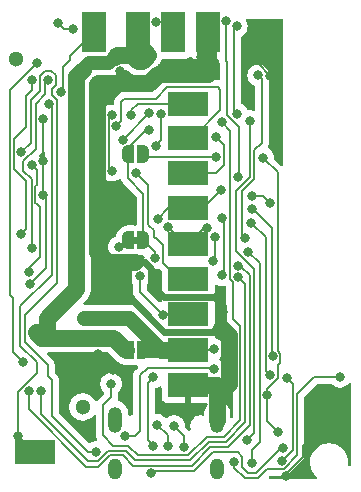
<source format=gbr>
%TF.GenerationSoftware,KiCad,Pcbnew,(6.0.9-0)*%
%TF.CreationDate,2022-11-18T22:27:02+01:00*%
%TF.ProjectId,GlowCoreMini PCB,476c6f77-436f-4726-954d-696e69205043,rev?*%
%TF.SameCoordinates,Original*%
%TF.FileFunction,Copper,L2,Bot*%
%TF.FilePolarity,Positive*%
%FSLAX46Y46*%
G04 Gerber Fmt 4.6, Leading zero omitted, Abs format (unit mm)*
G04 Created by KiCad (PCBNEW (6.0.9-0)) date 2022-11-18 22:27:02*
%MOMM*%
%LPD*%
G01*
G04 APERTURE LIST*
G04 Aperture macros list*
%AMFreePoly0*
4,1,22,0.500000,-0.750000,0.000000,-0.750000,0.000000,-0.745033,-0.079941,-0.743568,-0.215256,-0.701293,-0.333266,-0.622738,-0.424486,-0.514219,-0.481581,-0.384460,-0.499164,-0.250000,-0.500000,-0.250000,-0.500000,0.250000,-0.499164,0.250000,-0.499963,0.256109,-0.478152,0.396186,-0.417904,0.524511,-0.324060,0.630769,-0.204165,0.706417,-0.067858,0.745374,0.000000,0.744959,0.000000,0.750000,
0.500000,0.750000,0.500000,-0.750000,0.500000,-0.750000,$1*%
%AMFreePoly1*
4,1,20,0.000000,0.744959,0.073905,0.744508,0.209726,0.703889,0.328688,0.626782,0.421226,0.519385,0.479903,0.390333,0.500000,0.250000,0.500000,-0.250000,0.499851,-0.262216,0.476331,-0.402017,0.414519,-0.529596,0.319384,-0.634700,0.198574,-0.708877,0.061801,-0.746166,0.000000,-0.745033,0.000000,-0.750000,-0.500000,-0.750000,-0.500000,0.750000,0.000000,0.750000,0.000000,0.744959,
0.000000,0.744959,$1*%
G04 Aperture macros list end*
%TA.AperFunction,ComponentPad*%
%ADD10O,1.200000X2.200000*%
%TD*%
%TA.AperFunction,ComponentPad*%
%ADD11O,1.200000X1.800000*%
%TD*%
%TA.AperFunction,SMDPad,CuDef*%
%ADD12R,3.500000X2.000000*%
%TD*%
%TA.AperFunction,SMDPad,CuDef*%
%ADD13R,2.000000X3.500000*%
%TD*%
%TA.AperFunction,SMDPad,CuDef*%
%ADD14FreePoly0,180.000000*%
%TD*%
%TA.AperFunction,SMDPad,CuDef*%
%ADD15FreePoly1,180.000000*%
%TD*%
%TA.AperFunction,SMDPad,CuDef*%
%ADD16FreePoly0,0.000000*%
%TD*%
%TA.AperFunction,SMDPad,CuDef*%
%ADD17FreePoly1,0.000000*%
%TD*%
%TA.AperFunction,ViaPad*%
%ADD18C,0.500000*%
%TD*%
%TA.AperFunction,ViaPad*%
%ADD19C,1.300000*%
%TD*%
%TA.AperFunction,ViaPad*%
%ADD20C,0.800000*%
%TD*%
%TA.AperFunction,Conductor*%
%ADD21C,1.300000*%
%TD*%
%TA.AperFunction,Conductor*%
%ADD22C,1.400000*%
%TD*%
%TA.AperFunction,Conductor*%
%ADD23C,1.000000*%
%TD*%
%TA.AperFunction,Conductor*%
%ADD24C,1.200000*%
%TD*%
%TA.AperFunction,Conductor*%
%ADD25C,0.150000*%
%TD*%
%TA.AperFunction,Conductor*%
%ADD26C,0.600000*%
%TD*%
%TA.AperFunction,Conductor*%
%ADD27C,0.800000*%
%TD*%
G04 APERTURE END LIST*
%TO.C,JP1*%
G36*
X94215000Y-68397400D02*
G01*
X93715000Y-68397400D01*
X93715000Y-67797400D01*
X94215000Y-67797400D01*
X94215000Y-68397400D01*
G37*
%TD*%
D10*
%TO.P,USB1,SHELL,SHELL*%
%TO.N,GND*%
X100868591Y-83281728D03*
D11*
X92228509Y-87461814D03*
D10*
X92228509Y-83281728D03*
D11*
X100868591Y-87461814D03*
%TD*%
D12*
%TO.P,P7,1*%
%TO.N,IO13{slash}TCK*%
X98399600Y-62401061D03*
%TD*%
D13*
%TO.P,P1,1*%
%TO.N,5V AFTER MOSFET*%
X94160950Y-50495800D03*
%TD*%
D12*
%TO.P,P6,1*%
%TO.N,IO12{slash}TDI*%
X98399600Y-59410600D03*
%TD*%
D14*
%TO.P,JP2,1,A*%
%TO.N,+5V*%
X94615000Y-77419200D03*
D15*
%TO.P,JP2,2,B*%
%TO.N,5V AFTER MOSFET*%
X93315000Y-77419200D03*
%TD*%
D12*
%TO.P,P10,1*%
%TO.N,+3V3*%
X98399600Y-74362905D03*
%TD*%
D13*
%TO.P,P3,1*%
%TO.N,GND*%
X100050600Y-50495800D03*
%TD*%
D12*
%TO.P,P11,1*%
%TO.N,IO32{slash}SD*%
X98399600Y-71372444D03*
%TD*%
%TO.P,P8,1*%
%TO.N,IO14{slash}SCK{slash}TMS*%
X98399600Y-65391522D03*
%TD*%
%TO.P,P14,1*%
%TO.N,IO26*%
X98399600Y-56515000D03*
%TD*%
D14*
%TO.P,JP1,1,A*%
%TO.N,+3V3*%
X94615000Y-68097400D03*
D15*
%TO.P,JP1,2,B*%
%TO.N,Net-(C4-Pad2)*%
X93315000Y-68097400D03*
%TD*%
D12*
%TO.P,P4,1*%
%TO.N,+5V*%
X98399600Y-77353366D03*
%TD*%
D16*
%TO.P,JP4,1,A*%
%TO.N,+3V3*%
X93315000Y-60782200D03*
D17*
%TO.P,JP4,2,B*%
%TO.N,Net-(C10-Pad2)*%
X94615000Y-60782200D03*
%TD*%
D13*
%TO.P,P2,1*%
%TO.N,LED1 DATA OUT*%
X97105775Y-50495800D03*
%TD*%
D12*
%TO.P,P9,1*%
%TO.N,IO15{slash}WS{slash}TDO*%
X98399600Y-68381983D03*
%TD*%
D13*
%TO.P,P12,1*%
%TO.N,IO27*%
X90401750Y-50495800D03*
%TD*%
D12*
%TO.P,P5,1*%
%TO.N,GND*%
X98399600Y-80343829D03*
%TD*%
%TO.P,P13,1*%
%TO.N,IO33{slash}MAINBUTTON*%
X85394800Y-86029800D03*
%TD*%
D18*
%TO.N,5V AFTER MOSFET*%
X93068500Y-77157673D03*
D19*
%TO.N,*%
X83845400Y-52730400D03*
X89484200Y-82194400D03*
D20*
%TO.N,5V AFTER MOSFET*%
X90030800Y-53072800D03*
X94996000Y-52374800D03*
X85531460Y-75892271D03*
%TO.N,GND*%
X90652600Y-63550800D03*
X106654600Y-88011000D03*
X86115198Y-64252802D03*
X99466400Y-52603400D03*
D18*
X105308400Y-49961800D03*
D20*
X90652600Y-69088000D03*
D18*
X106019600Y-51663600D03*
D20*
X90017600Y-80568800D03*
X90805000Y-77698600D03*
X84988400Y-71805800D03*
X92049600Y-79095600D03*
X111328200Y-84328000D03*
X90652600Y-60434700D03*
X86115198Y-61341000D03*
X86097900Y-57810400D03*
X105350550Y-54144150D03*
X92614666Y-53775184D03*
X101320600Y-74180002D03*
%TO.N,+3V3*%
X95605600Y-69621400D03*
X85187116Y-54512884D03*
X87376000Y-49682400D03*
X96266000Y-74422000D03*
X94311846Y-71098957D03*
X88646000Y-50233100D03*
X84263704Y-67577177D03*
X93045210Y-84645910D03*
X100602100Y-79021100D03*
X95097600Y-58775600D03*
%TO.N,+5V*%
X96062800Y-77393800D03*
X100558600Y-77292200D03*
X89560400Y-74701400D03*
%TO.N,EN*%
X103632000Y-57988200D03*
X103403400Y-85005700D03*
%TO.N,IO0*%
X103505000Y-69062600D03*
X103784400Y-86982050D03*
%TO.N,VBUS*%
X95453200Y-79705200D03*
X106388352Y-85661048D03*
X95250000Y-87807800D03*
X95402400Y-85471000D03*
%TO.N,LED1 DATA OUT*%
X95687451Y-49619886D03*
%TO.N,IO25{slash}VBUS*%
X101244400Y-58064400D03*
X91871800Y-80238600D03*
%TO.N,IO33{slash}MAINBUTTON*%
X83997800Y-84632800D03*
X92868875Y-59596500D03*
X95123000Y-57327800D03*
X86621780Y-56573900D03*
%TO.N,IO22{slash}LED LETCH EN*%
X85953600Y-80822800D03*
X102622225Y-71215375D03*
%TO.N,IO23{slash}POWERMOSFETS*%
X84886800Y-80881700D03*
X102590600Y-70231000D03*
%TO.N,IO32{slash}SD*%
X96123098Y-57378600D03*
X102514400Y-49964010D03*
X94005400Y-62382400D03*
X102565200Y-57378600D03*
X95656400Y-60071000D03*
%TO.N,IO14{slash}SCK{slash}TMS*%
X95834200Y-66268600D03*
X102582500Y-62712600D03*
X91927628Y-57522900D03*
X101219000Y-63830200D03*
X91922600Y-62204600D03*
X101577102Y-49530000D03*
%TO.N,IO12{slash}TDI*%
X92320900Y-58378106D03*
%TO.N,IO13{slash}TCK*%
X100761800Y-59377100D03*
%TO.N,IO15{slash}WS{slash}TDO*%
X103784400Y-64338200D03*
X99999800Y-67030600D03*
X96672400Y-66979800D03*
X105298300Y-64897000D03*
%TO.N,IO16{slash}LED1*%
X85615300Y-53060600D03*
X84455000Y-78384400D03*
%TO.N,RXD0*%
X105301925Y-79508475D03*
X100533200Y-69875400D03*
X103759000Y-66624200D03*
X100711000Y-67792600D03*
%TO.N,TXD0*%
X101244400Y-66167000D03*
X105579700Y-77927200D03*
X103809800Y-65430400D03*
X101244400Y-71043800D03*
%TO.N,USB-C DATA+*%
X98044000Y-85580700D03*
X97205800Y-83802700D03*
%TO.N,USB-C DATA-*%
X96672400Y-85496400D03*
X95758000Y-83693000D03*
%TO.N,RTS*%
X102321613Y-86832187D03*
X111252000Y-79654400D03*
%TO.N,DTR*%
X106769935Y-79756857D03*
X106316369Y-86759827D03*
%TO.N,Net-(C4-Pad2)*%
X92506800Y-68656200D03*
X104330500Y-54126998D03*
X103225600Y-67894200D03*
%TO.N,Net-(C10-Pad2)*%
X100776652Y-61036200D03*
X106034435Y-84333709D03*
X104759700Y-61112400D03*
X105079800Y-81178400D03*
%TO.N,Net-(R9-Pad1)*%
X84277677Y-60630277D03*
X90591525Y-86002225D03*
%TO.N,Net-(R12-Pad1)*%
X85166200Y-68766100D03*
X86571300Y-54483000D03*
%TO.N,Net-(R13-Pad1)*%
X85166200Y-61696600D03*
X84963000Y-70815200D03*
%TO.N,IO26*%
X93548200Y-57454800D03*
%TO.N,IO27*%
X87630000Y-55549800D03*
%TD*%
D21*
%TO.N,+5V*%
X93370400Y-74701400D02*
X96062800Y-77393800D01*
X89560400Y-74701400D02*
X93370400Y-74701400D01*
D22*
%TO.N,5V AFTER MOSFET*%
X88925400Y-72237600D02*
X86487000Y-74676000D01*
X92072800Y-76327000D02*
X86487000Y-76327000D01*
X92228750Y-52602050D02*
X92405200Y-52425600D01*
X92405200Y-52425600D02*
X93681500Y-52425600D01*
X94160950Y-51539750D02*
X94160950Y-50495800D01*
X85966189Y-76327000D02*
X85531460Y-75892271D01*
D23*
X91733950Y-53072800D02*
X92228750Y-52578000D01*
D22*
X86487000Y-74676000D02*
X86487000Y-76327000D01*
X94996000Y-52374800D02*
X94465750Y-52905050D01*
X93165000Y-77419200D02*
X92072800Y-76327000D01*
X86487000Y-76327000D02*
X85966189Y-76327000D01*
X88925400Y-54178200D02*
X88925400Y-72237600D01*
X94996000Y-52374800D02*
X94160950Y-51539750D01*
D24*
X89458800Y-53644800D02*
X90030800Y-53072800D01*
D22*
X93681500Y-52425600D02*
X94160950Y-52905050D01*
X89458800Y-53644800D02*
X88925400Y-54178200D01*
D24*
X90030800Y-53072800D02*
X91733950Y-53072800D01*
D25*
%TO.N,GND*%
X106019600Y-53475100D02*
X105350550Y-54144150D01*
X86097900Y-57810400D02*
X86080600Y-57827700D01*
D22*
X95808800Y-54025800D02*
X100050600Y-54025800D01*
D26*
X101346000Y-74904600D02*
X101346000Y-74205402D01*
D25*
X109347000Y-84328000D02*
X108127800Y-85547200D01*
X104292451Y-53086051D02*
X105350550Y-54144150D01*
X86360000Y-70434200D02*
X84988400Y-71805800D01*
X86360000Y-64497604D02*
X86360000Y-70434200D01*
D26*
X96346556Y-72923400D02*
X100564095Y-72923400D01*
D25*
X106654600Y-87909400D02*
X106654600Y-88011000D01*
D22*
X101219000Y-75514200D02*
X101828600Y-76123800D01*
D26*
X94716600Y-69951600D02*
X95275400Y-70510400D01*
D22*
X101828600Y-76123800D02*
X101828600Y-80238600D01*
X100859771Y-80343829D02*
X100868591Y-80352649D01*
D26*
X101346000Y-74205402D02*
X101320600Y-74180002D01*
D25*
X92614666Y-53775184D02*
X92786200Y-53946718D01*
D27*
X99466400Y-52603400D02*
X99466400Y-51080000D01*
D25*
X90805000Y-77851000D02*
X92049600Y-79095600D01*
X86080600Y-61306402D02*
X86115198Y-61341000D01*
X108127800Y-86436200D02*
X106654600Y-87909400D01*
D26*
X100564095Y-72923400D02*
X101320600Y-73679905D01*
D22*
X100868591Y-80352649D02*
X100868591Y-83281728D01*
X90652600Y-69088000D02*
X90652600Y-63550800D01*
X95046800Y-54787800D02*
X95808800Y-54025800D01*
D25*
X86115198Y-64252802D02*
X86115198Y-61341000D01*
D26*
X95275400Y-70510400D02*
X95275400Y-71852244D01*
D22*
X90652600Y-60434700D02*
X90652600Y-54889400D01*
D26*
X95275400Y-71852244D02*
X96346556Y-72923400D01*
D25*
X104292451Y-50977749D02*
X104292451Y-53086051D01*
D22*
X90652600Y-60434700D02*
X90652600Y-63550800D01*
D26*
X96367600Y-75844400D02*
X100457000Y-75844400D01*
D22*
X100050600Y-54025800D02*
X100050600Y-50495800D01*
D26*
X93345000Y-72821800D02*
X96367600Y-75844400D01*
D25*
X105308400Y-49961800D02*
X104292451Y-50977749D01*
X92786200Y-53946718D02*
X92786200Y-54787800D01*
X111328200Y-84328000D02*
X109347000Y-84328000D01*
X90805000Y-77698600D02*
X90805000Y-77851000D01*
X86115198Y-64252802D02*
X86360000Y-64497604D01*
D26*
X101320600Y-73679905D02*
X101320600Y-74180002D01*
D25*
X86080600Y-57827700D02*
X86080600Y-61306402D01*
D26*
X93878400Y-69951600D02*
X93345000Y-70485000D01*
D22*
X101828600Y-80238600D02*
X101041200Y-81026000D01*
D26*
X100457000Y-75844400D02*
X101142800Y-75158600D01*
X93878400Y-69951600D02*
X94716600Y-69951600D01*
D22*
X90754200Y-54787800D02*
X92786200Y-54787800D01*
D26*
X101092000Y-75158600D02*
X101346000Y-74904600D01*
X93345000Y-70485000D02*
X93345000Y-72821800D01*
D25*
X108127800Y-85547200D02*
X108127800Y-86436200D01*
D27*
X99466400Y-51080000D02*
X100050600Y-50495800D01*
D22*
X92786200Y-54787800D02*
X95046800Y-54787800D01*
X90652600Y-69088000D02*
X91516200Y-69951600D01*
D25*
X106019600Y-51663600D02*
X106019600Y-53475100D01*
D22*
X91516200Y-69951600D02*
X93878400Y-69951600D01*
X100859771Y-80343829D02*
X98399600Y-80343829D01*
X90652600Y-54889400D02*
X90754200Y-54787800D01*
D25*
%TO.N,+3V3*%
X93916090Y-84645910D02*
X94284800Y-84277200D01*
X85187116Y-55351084D02*
X84660945Y-55877255D01*
X93268800Y-62788800D02*
X93268800Y-60828400D01*
X95605600Y-69621400D02*
X95605600Y-69088000D01*
X87926700Y-50233100D02*
X87376000Y-49682400D01*
X96266000Y-74422000D02*
X96325095Y-74362905D01*
X94333545Y-84228455D02*
X94333545Y-79504055D01*
X94818200Y-58775600D02*
X93315000Y-60278800D01*
X93268800Y-60828400D02*
X93315000Y-60782200D01*
X95097600Y-58775600D02*
X94818200Y-58775600D01*
X94311846Y-72467846D02*
X94311846Y-71098957D01*
X83642200Y-62052200D02*
X84689495Y-63099495D01*
X100602100Y-79021100D02*
X100448000Y-78867000D01*
X96266000Y-74422000D02*
X94311846Y-72467846D01*
X94333545Y-79504055D02*
X94970600Y-78867000D01*
X84689495Y-67151386D02*
X84263704Y-67577177D01*
X85187116Y-54512884D02*
X85187116Y-55351084D01*
X84660945Y-58518855D02*
X83642200Y-59537600D01*
X99822000Y-78867000D02*
X99847400Y-78841600D01*
X96325095Y-74362905D02*
X98399600Y-74362905D01*
X93315000Y-60278800D02*
X93315000Y-60782200D01*
X94615000Y-64135000D02*
X93268800Y-62788800D01*
X94284800Y-84277200D02*
X94333545Y-84228455D01*
X84689495Y-63099495D02*
X84689495Y-67151386D01*
X94615000Y-68097400D02*
X94615000Y-64135000D01*
X100448000Y-78867000D02*
X99822000Y-78867000D01*
X93045210Y-84645910D02*
X93916090Y-84645910D01*
X83642200Y-59537600D02*
X83642200Y-62052200D01*
X95605600Y-69088000D02*
X94615000Y-68097400D01*
X94970600Y-78867000D02*
X99822000Y-78867000D01*
X88646000Y-50233100D02*
X87926700Y-50233100D01*
X84660945Y-55877255D02*
X84660945Y-58518855D01*
D22*
%TO.N,+5V*%
X96062800Y-77393800D02*
X98359166Y-77393800D01*
D25*
X100497434Y-77353366D02*
X98399600Y-77353366D01*
D21*
X96062800Y-77393800D02*
X94715000Y-77393800D01*
D25*
X100558600Y-77292200D02*
X100497434Y-77353366D01*
D22*
X98359166Y-77393800D02*
X98399600Y-77353366D01*
D25*
%TO.N,EN*%
X103632000Y-62738000D02*
X102463600Y-63906400D01*
X102463600Y-68961000D02*
X104013000Y-70510400D01*
X102463600Y-63906400D02*
X102463600Y-68961000D01*
X104013000Y-70510400D02*
X104013000Y-84396100D01*
X103632000Y-57988200D02*
X103632000Y-62738000D01*
X104013000Y-84396100D02*
X103403400Y-85005700D01*
%TO.N,IO0*%
X104477800Y-72520137D02*
X104477800Y-85184000D01*
X104470200Y-72512537D02*
X104477800Y-72520137D01*
X103505000Y-69062600D02*
X104470200Y-70027800D01*
X104477800Y-85184000D02*
X103784400Y-85877400D01*
X103784400Y-85877400D02*
X103784400Y-86982050D01*
X104470200Y-70027800D02*
X104470200Y-72512537D01*
%TO.N,VBUS*%
X95427800Y-87630000D02*
X95250000Y-87807800D01*
X95402400Y-85471000D02*
X94970600Y-85039200D01*
X94970600Y-80187800D02*
X95453200Y-79705200D01*
X102997000Y-87325200D02*
X102997000Y-86410800D01*
X104153846Y-87782400D02*
X103454200Y-87782400D01*
X102641400Y-86055200D02*
X100507800Y-86055200D01*
X102997000Y-86410800D02*
X102641400Y-86055200D01*
X98933000Y-87630000D02*
X95427800Y-87630000D01*
X103454200Y-87782400D02*
X102997000Y-87325200D01*
X106275198Y-85661048D02*
X104153846Y-87782400D01*
X94970600Y-85039200D02*
X94970600Y-80187800D01*
X100507800Y-86055200D02*
X98933000Y-87630000D01*
X106388352Y-85661048D02*
X106275198Y-85661048D01*
%TO.N,LED1 DATA OUT*%
X96229861Y-49619886D02*
X97105775Y-50495800D01*
X95687451Y-49619886D02*
X96229861Y-49619886D01*
%TO.N,IO25{slash}VBUS*%
X101981000Y-58801000D02*
X101981000Y-66548000D01*
X102209600Y-74777600D02*
X102819200Y-75387200D01*
X101244400Y-58064400D02*
X101981000Y-58801000D01*
X101981000Y-66548000D02*
X101904800Y-66624200D01*
X101904800Y-66624200D02*
X101904800Y-71348600D01*
X101904800Y-71348600D02*
X102209600Y-71653400D01*
X102819200Y-83312000D02*
X101422200Y-84709000D01*
X99999800Y-84709000D02*
X98425000Y-86283800D01*
X92049600Y-85471000D02*
X91186000Y-84607400D01*
X101422200Y-84709000D02*
X99999800Y-84709000D01*
X93345000Y-85471000D02*
X92049600Y-85471000D01*
X98425000Y-86283800D02*
X94157800Y-86283800D01*
X102819200Y-75387200D02*
X102819200Y-83312000D01*
X91186000Y-82042000D02*
X91871800Y-81356200D01*
X94157800Y-86283800D02*
X93345000Y-85471000D01*
X91871800Y-81356200D02*
X91871800Y-80238600D01*
X102209600Y-71653400D02*
X102209600Y-74777600D01*
X91186000Y-84607400D02*
X91186000Y-82042000D01*
%TO.N,IO33{slash}MAINBUTTON*%
X92868875Y-59581925D02*
X95123000Y-57327800D01*
X83997800Y-84632800D02*
X83997800Y-80919343D01*
X86842600Y-71018400D02*
X86842600Y-56794720D01*
X83997800Y-84632800D02*
X85394800Y-86029800D01*
X86842600Y-56794720D02*
X86621780Y-56573900D01*
X83997800Y-80919343D02*
X85572600Y-79344543D01*
X92868875Y-59596500D02*
X92868875Y-59581925D01*
X84175600Y-77012800D02*
X84175600Y-73685400D01*
X85572600Y-78409800D02*
X84175600Y-77012800D01*
X85572600Y-79344543D02*
X85572600Y-78409800D01*
X84175600Y-73685400D02*
X86842600Y-71018400D01*
%TO.N,IO22{slash}LED LETCH EN*%
X93903800Y-86715600D02*
X93116400Y-85928200D01*
X103225600Y-83515200D02*
X101574600Y-85166200D01*
X91592400Y-85928200D02*
X90728800Y-86791800D01*
X101574600Y-85166200D02*
X100126800Y-85166200D01*
X93116400Y-85928200D02*
X91592400Y-85928200D01*
X102622225Y-71215375D02*
X103225600Y-71818750D01*
X103225600Y-71818750D02*
X103225600Y-83515200D01*
X100126800Y-85166200D02*
X98577400Y-86715600D01*
X98577400Y-86715600D02*
X93903800Y-86715600D01*
X90728800Y-86791800D02*
X89941400Y-86791800D01*
X85953600Y-82804000D02*
X85953600Y-80822800D01*
X89941400Y-86791800D02*
X85953600Y-82804000D01*
%TO.N,IO23{slash}POWERMOSFETS*%
X101752400Y-85623400D02*
X100253800Y-85623400D01*
X92862400Y-86309200D02*
X91770200Y-86309200D01*
X91770200Y-86309200D02*
X90779600Y-87299800D01*
X103632000Y-83743800D02*
X101752400Y-85623400D01*
X93726000Y-87172800D02*
X92862400Y-86309200D01*
X102590600Y-70231000D02*
X102793800Y-70231000D01*
X103632000Y-71069200D02*
X103632000Y-83743800D01*
X89789000Y-87299800D02*
X84886800Y-82397600D01*
X100253800Y-85623400D02*
X98704400Y-87172800D01*
X102793800Y-70231000D02*
X103632000Y-71069200D01*
X84886800Y-82397600D02*
X84886800Y-80881700D01*
X98704400Y-87172800D02*
X93726000Y-87172800D01*
X90779600Y-87299800D02*
X89789000Y-87299800D01*
%TO.N,IO32{slash}SD*%
X95758000Y-68021200D02*
X95529400Y-67792600D01*
X98399600Y-71372444D02*
X97686844Y-71372444D01*
X95021400Y-66751200D02*
X95021400Y-65430400D01*
X95529400Y-67310000D02*
X95529400Y-67259200D01*
X102311200Y-50167210D02*
X102311200Y-52171600D01*
X95529400Y-67792600D02*
X95529400Y-67310000D01*
X95021400Y-63398400D02*
X94005400Y-62382400D01*
X96240600Y-69926200D02*
X96240600Y-68580000D01*
X95656400Y-60071000D02*
X96123098Y-59604302D01*
X96240600Y-68580000D02*
X96240600Y-68503800D01*
X96240600Y-68503800D02*
X95758000Y-68021200D01*
X102514400Y-49964010D02*
X102311200Y-50167210D01*
X96291400Y-69977000D02*
X96240600Y-69926200D01*
X95123000Y-66852800D02*
X95021400Y-66751200D01*
X96123098Y-59604302D02*
X96123098Y-57378600D01*
X102311200Y-57124600D02*
X102565200Y-57378600D01*
X95021400Y-65430400D02*
X95021400Y-63398400D01*
X102311200Y-52171600D02*
X102311200Y-57124600D01*
X97686844Y-71372444D02*
X96291400Y-69977000D01*
X95529400Y-67259200D02*
X95123000Y-66852800D01*
%TO.N,IO14{slash}SCK{slash}TMS*%
X101577102Y-52885302D02*
X101663500Y-52971700D01*
X102666800Y-58470800D02*
X102666800Y-62628300D01*
X91719400Y-57731128D02*
X91719400Y-62001400D01*
X91927628Y-57522900D02*
X91719400Y-57731128D01*
X101650800Y-52984400D02*
X101650800Y-57454800D01*
X102666800Y-62628300D02*
X102582500Y-62712600D01*
X101663500Y-52971700D02*
X101701600Y-53009800D01*
X101650800Y-57454800D02*
X102666800Y-58470800D01*
X99657678Y-65391522D02*
X98399600Y-65391522D01*
X91719400Y-62001400D02*
X91922600Y-62204600D01*
X98399600Y-65391522D02*
X96711278Y-65391522D01*
X96711278Y-65391522D02*
X95834200Y-66268600D01*
X101663500Y-52971700D02*
X101650800Y-52984400D01*
X101219000Y-63830200D02*
X99657678Y-65391522D01*
X101577102Y-49530000D02*
X101577102Y-52885302D01*
%TO.N,IO12{slash}TDI*%
X96617200Y-55143400D02*
X100888800Y-55143400D01*
X92684600Y-56413400D02*
X92989400Y-56108600D01*
X92320900Y-58378106D02*
X92684600Y-58014406D01*
X101117400Y-57099200D02*
X98806000Y-59410600D01*
X101117400Y-55372000D02*
X101117400Y-57099200D01*
X100888800Y-55143400D02*
X101117400Y-55372000D01*
X92989400Y-56108600D02*
X95652000Y-56108600D01*
X98806000Y-59410600D02*
X98399600Y-59410600D01*
X92684600Y-58014406D02*
X92684600Y-56413400D01*
X95652000Y-56108600D02*
X96617200Y-55143400D01*
%TO.N,IO13{slash}TCK*%
X100761800Y-59377100D02*
X101447600Y-60062900D01*
X101447600Y-61747400D02*
X100793939Y-62401061D01*
X100793939Y-62401061D02*
X98399600Y-62401061D01*
X101447600Y-60062900D02*
X101447600Y-61747400D01*
%TO.N,IO15{slash}WS{slash}TDO*%
X98074583Y-68381983D02*
X98399600Y-68381983D01*
X104739500Y-64338200D02*
X103784400Y-64338200D01*
X96672400Y-66979800D02*
X98074583Y-68381983D01*
X99999800Y-67030600D02*
X99750983Y-67030600D01*
X105298300Y-64897000D02*
X104739500Y-64338200D01*
X99750983Y-67030600D02*
X98399600Y-68381983D01*
%TO.N,IO16{slash}LED1*%
X84455000Y-78384400D02*
X83591400Y-77520800D01*
X83591400Y-73019083D02*
X83286600Y-72714283D01*
X83286600Y-55389300D02*
X85615300Y-53060600D01*
X83591400Y-77520800D02*
X83591400Y-73019083D01*
X83286600Y-72714283D02*
X83286600Y-55389300D01*
%TO.N,RXD0*%
X100711000Y-69697600D02*
X100711000Y-67792600D01*
X104978200Y-67843400D02*
X104978200Y-79184750D01*
X100533200Y-69875400D02*
X100711000Y-69697600D01*
X103759000Y-66624200D02*
X104978200Y-67843400D01*
X104978200Y-79184750D02*
X105301925Y-79508475D01*
%TO.N,TXD0*%
X105537000Y-67091900D02*
X103875500Y-65430400D01*
X105579700Y-77927200D02*
X105537000Y-77884500D01*
X101244400Y-66167000D02*
X101473000Y-66395600D01*
X103875500Y-65430400D02*
X103809800Y-65430400D01*
X101473000Y-70815200D02*
X101244400Y-71043800D01*
X105537000Y-77884500D02*
X105537000Y-67091900D01*
X101473000Y-66395600D02*
X101473000Y-70815200D01*
%TO.N,USB-C DATA+*%
X97205800Y-83802700D02*
X98044000Y-84640900D01*
X98044000Y-84640900D02*
X98044000Y-85580700D01*
%TO.N,USB-C DATA-*%
X96672400Y-85496400D02*
X96672400Y-84607400D01*
X96672400Y-84607400D02*
X95758000Y-83693000D01*
%TO.N,RTS*%
X103174800Y-88214200D02*
X102321613Y-87361013D01*
X105079800Y-87426800D02*
X104292400Y-88214200D01*
X109093000Y-79654400D02*
X107645200Y-81102200D01*
X111252000Y-79654400D02*
X109093000Y-79654400D01*
X107645200Y-86282353D02*
X106500753Y-87426800D01*
X107645200Y-81102200D02*
X107645200Y-86282353D01*
X104292400Y-88214200D02*
X103174800Y-88214200D01*
X102321613Y-87361013D02*
X102321613Y-86832187D01*
X106500753Y-87426800D02*
X105079800Y-87426800D01*
%TO.N,DTR*%
X106769935Y-79756857D02*
X107238800Y-80225722D01*
X107238800Y-85837396D02*
X106316369Y-86759827D01*
X107238800Y-80225722D02*
X107238800Y-85837396D01*
%TO.N,Net-(C4-Pad2)*%
X104648000Y-54444498D02*
X104648000Y-59817000D01*
X103987600Y-60477400D02*
X103987600Y-62941200D01*
X92756200Y-68656200D02*
X93315000Y-68097400D01*
X104648000Y-59817000D02*
X103987600Y-60477400D01*
X102971600Y-63957200D02*
X102971600Y-67640200D01*
X102971600Y-67640200D02*
X103225600Y-67894200D01*
X92506800Y-68656200D02*
X92756200Y-68656200D01*
X103987600Y-62941200D02*
X102971600Y-63957200D01*
X104330500Y-54126998D02*
X104648000Y-54444498D01*
%TO.N,Net-(C10-Pad2)*%
X104759700Y-61112400D02*
X105994200Y-62346900D01*
X105079800Y-81178400D02*
X105079800Y-83379074D01*
X105994200Y-77490343D02*
X105994200Y-72953150D01*
X94869000Y-61036200D02*
X94615000Y-60782200D01*
X106181700Y-78450900D02*
X106181700Y-77677843D01*
X105994200Y-78638400D02*
X106181700Y-78450900D01*
X105079800Y-80645000D02*
X105994200Y-79730600D01*
X105994200Y-79730600D02*
X105994200Y-78638400D01*
X105079800Y-83379074D02*
X106034435Y-84333709D01*
X105079800Y-81178400D02*
X105079800Y-80645000D01*
X105994200Y-62346900D02*
X105994200Y-72974200D01*
X100776652Y-61036200D02*
X94869000Y-61036200D01*
X106181700Y-77677843D02*
X105994200Y-77490343D01*
%TO.N,Net-(R9-Pad1)*%
X86842600Y-55245000D02*
X86842600Y-55789340D01*
X87172800Y-54914800D02*
X86842600Y-55245000D01*
X84582000Y-76682600D02*
X86512400Y-78613000D01*
X87172800Y-54127400D02*
X87172800Y-54914800D01*
X85826600Y-55448200D02*
X85826600Y-54152800D01*
X87277092Y-71701508D02*
X84582000Y-74396600D01*
X85826600Y-54152800D02*
X86258400Y-53721000D01*
X86258400Y-53721000D02*
X86766400Y-53721000D01*
X86766400Y-53721000D02*
X87172800Y-54127400D01*
X84277677Y-60630277D02*
X85064600Y-59843354D01*
X87277092Y-56223832D02*
X87277092Y-71701508D01*
X89913825Y-86002225D02*
X90591525Y-86002225D01*
X86512400Y-78613000D02*
X86512400Y-79552800D01*
X86868000Y-79908400D02*
X86868000Y-82956400D01*
X85064600Y-59843354D02*
X85064600Y-56210200D01*
X86842600Y-55789340D02*
X87277092Y-56223832D01*
X86512400Y-79552800D02*
X86868000Y-79908400D01*
X85064600Y-56210200D02*
X85826600Y-55448200D01*
X84582000Y-74396600D02*
X84582000Y-76682600D01*
X86868000Y-82956400D02*
X89913825Y-86002225D01*
%TO.N,Net-(R12-Pad1)*%
X85166200Y-62941200D02*
X85166200Y-68766100D01*
X86283800Y-54770500D02*
X86283800Y-55727600D01*
X86571300Y-54483000D02*
X86283800Y-54770500D01*
X86283800Y-55727600D02*
X85496400Y-56515000D01*
X84455000Y-62230000D02*
X85166200Y-62941200D01*
X84455000Y-61391800D02*
X84455000Y-62230000D01*
X85496400Y-60350400D02*
X84455000Y-61391800D01*
X85496400Y-56515000D02*
X85496400Y-60350400D01*
%TO.N,Net-(R13-Pad1)*%
X85471000Y-63500000D02*
X85598000Y-63373000D01*
X85877400Y-65303400D02*
X85598000Y-65024000D01*
X85598000Y-65024000D02*
X85471000Y-64897000D01*
X84963000Y-70459600D02*
X85725000Y-69697600D01*
X85471000Y-64160400D02*
X85471000Y-63500000D01*
X85471000Y-64897000D02*
X85471000Y-64160400D01*
X85598000Y-63373000D02*
X85623400Y-63347600D01*
X85725000Y-69697600D02*
X85877400Y-69545200D01*
X85877400Y-69545200D02*
X85877400Y-67310000D01*
X85598000Y-62128400D02*
X85166200Y-61696600D01*
X84963000Y-70815200D02*
X84963000Y-70459600D01*
X85598000Y-63373000D02*
X85598000Y-62128400D01*
X85877400Y-67310000D02*
X85877400Y-65303400D01*
%TO.N,IO26*%
X94132400Y-56515000D02*
X98399600Y-56515000D01*
X93548200Y-57099200D02*
X94132400Y-56515000D01*
X93548200Y-57454800D02*
X93548200Y-57099200D01*
%TO.N,IO27*%
X87960200Y-53263800D02*
X87833200Y-53390800D01*
X87960200Y-53263800D02*
X87909400Y-53314600D01*
X90401750Y-50495800D02*
X88392000Y-52505550D01*
X88392000Y-52603400D02*
X88392000Y-52832000D01*
X87833200Y-53390800D02*
X87833200Y-55346600D01*
X88392000Y-52832000D02*
X87960200Y-53263800D01*
X88392000Y-52505550D02*
X88392000Y-52603400D01*
X87833200Y-55346600D02*
X87630000Y-55549800D01*
%TD*%
%TA.AperFunction,Conductor*%
%TO.N,GND*%
G36*
X112179528Y-80175608D02*
G01*
X112214439Y-80237428D01*
X112217714Y-80265967D01*
X112217714Y-86767844D01*
X112216214Y-86787231D01*
X112212523Y-86810934D01*
X112214518Y-86826191D01*
X112215261Y-86851511D01*
X112203174Y-87020488D01*
X112200616Y-87038278D01*
X112189875Y-87087652D01*
X112186003Y-87105449D01*
X112151978Y-87167761D01*
X112089665Y-87201786D01*
X112018849Y-87196720D01*
X111962014Y-87154173D01*
X111937204Y-87087652D01*
X111937271Y-87068779D01*
X111937715Y-87063144D01*
X111951074Y-86893400D01*
X111931209Y-86640997D01*
X111872105Y-86394809D01*
X111870211Y-86390236D01*
X111777111Y-86165472D01*
X111777109Y-86165468D01*
X111775216Y-86160898D01*
X111642928Y-85945024D01*
X111478498Y-85752502D01*
X111285976Y-85588072D01*
X111084883Y-85464842D01*
X111074322Y-85458370D01*
X111070102Y-85455784D01*
X111065532Y-85453891D01*
X111065528Y-85453889D01*
X110840764Y-85360789D01*
X110840762Y-85360788D01*
X110836191Y-85358895D01*
X110719033Y-85330768D01*
X110594816Y-85300946D01*
X110594810Y-85300945D01*
X110590003Y-85299791D01*
X110490184Y-85291935D01*
X110403255Y-85285093D01*
X110403248Y-85285093D01*
X110400799Y-85284900D01*
X110274401Y-85284900D01*
X110271952Y-85285093D01*
X110271945Y-85285093D01*
X110185016Y-85291935D01*
X110085197Y-85299791D01*
X110080390Y-85300945D01*
X110080384Y-85300946D01*
X109956167Y-85330768D01*
X109839009Y-85358895D01*
X109834438Y-85360788D01*
X109834436Y-85360789D01*
X109609672Y-85453889D01*
X109609668Y-85453891D01*
X109605098Y-85455784D01*
X109600878Y-85458370D01*
X109590317Y-85464842D01*
X109389224Y-85588072D01*
X109196702Y-85752502D01*
X109032272Y-85945024D01*
X108899984Y-86160898D01*
X108898091Y-86165468D01*
X108898089Y-86165472D01*
X108804989Y-86390236D01*
X108803095Y-86394809D01*
X108743991Y-86640997D01*
X108724126Y-86893400D01*
X108743991Y-87145803D01*
X108745145Y-87150610D01*
X108745146Y-87150616D01*
X108782779Y-87307368D01*
X108803095Y-87391991D01*
X108804988Y-87396562D01*
X108804989Y-87396564D01*
X108894408Y-87612440D01*
X108899984Y-87625902D01*
X109032272Y-87841776D01*
X109196702Y-88034298D01*
X109200458Y-88037506D01*
X109258294Y-88086903D01*
X109297103Y-88146354D01*
X109297609Y-88217349D01*
X109259653Y-88277347D01*
X109195284Y-88307300D01*
X109176463Y-88308714D01*
X105327271Y-88308714D01*
X105259150Y-88288712D01*
X105212657Y-88235056D01*
X105202553Y-88164782D01*
X105232047Y-88100202D01*
X105238176Y-88093619D01*
X105284590Y-88047205D01*
X105346902Y-88013179D01*
X105373685Y-88010300D01*
X106454250Y-88010300D01*
X106470697Y-88011378D01*
X106500753Y-88015335D01*
X106508941Y-88014257D01*
X106538997Y-88010300D01*
X106586804Y-88004006D01*
X106653077Y-87995281D01*
X106795020Y-87936486D01*
X106888025Y-87865121D01*
X106910364Y-87847980D01*
X106916910Y-87842957D01*
X106935372Y-87818897D01*
X106946239Y-87806507D01*
X108024915Y-86727832D01*
X108037306Y-86716965D01*
X108054804Y-86703538D01*
X108061357Y-86698510D01*
X108085527Y-86667011D01*
X108154886Y-86576621D01*
X108192706Y-86485314D01*
X108213681Y-86434677D01*
X108228700Y-86320597D01*
X108228700Y-86320596D01*
X108230318Y-86308305D01*
X108232657Y-86290542D01*
X108232657Y-86290541D01*
X108233735Y-86282353D01*
X108229778Y-86252297D01*
X108228700Y-86235850D01*
X108228700Y-81396083D01*
X108248702Y-81327962D01*
X108265605Y-81306988D01*
X109297788Y-80274805D01*
X109360100Y-80240779D01*
X109386883Y-80237900D01*
X110498781Y-80237900D01*
X110566902Y-80257902D01*
X110592416Y-80279590D01*
X110640747Y-80333266D01*
X110795248Y-80445518D01*
X110801276Y-80448202D01*
X110801278Y-80448203D01*
X110954681Y-80516502D01*
X110969712Y-80523194D01*
X111063113Y-80543047D01*
X111150056Y-80561528D01*
X111150061Y-80561528D01*
X111156513Y-80562900D01*
X111347487Y-80562900D01*
X111353939Y-80561528D01*
X111353944Y-80561528D01*
X111440887Y-80543047D01*
X111534288Y-80523194D01*
X111549319Y-80516502D01*
X111702722Y-80448203D01*
X111702724Y-80448202D01*
X111708752Y-80445518D01*
X111863253Y-80333266D01*
X111915892Y-80274805D01*
X111986619Y-80196254D01*
X111991040Y-80191344D01*
X111991468Y-80190603D01*
X112046000Y-80148552D01*
X112116736Y-80142477D01*
X112179528Y-80175608D01*
G37*
%TD.AperFunction*%
%TA.AperFunction,Conductor*%
G36*
X91588154Y-77555502D02*
G01*
X91609128Y-77572405D01*
X92349165Y-78312442D01*
X92472505Y-78415570D01*
X92659891Y-78522453D01*
X92665168Y-78524322D01*
X92665173Y-78524324D01*
X92857954Y-78592591D01*
X92857957Y-78592592D01*
X92863244Y-78594464D01*
X92904453Y-78601212D01*
X92936934Y-78611174D01*
X92955924Y-78619948D01*
X93013344Y-78637120D01*
X93088844Y-78659699D01*
X93088849Y-78659700D01*
X93093142Y-78660984D01*
X93097574Y-78661646D01*
X93097577Y-78661647D01*
X93232765Y-78681850D01*
X93232768Y-78681850D01*
X93237196Y-78682512D01*
X93311855Y-78682968D01*
X93375945Y-78683360D01*
X93375950Y-78683360D01*
X93380417Y-78683387D01*
X93382861Y-78683052D01*
X93386656Y-78682929D01*
X93815000Y-78682929D01*
X93846986Y-78680641D01*
X93881373Y-78678182D01*
X93881374Y-78678182D01*
X93888111Y-78677700D01*
X93924440Y-78667033D01*
X93977868Y-78663212D01*
X94027693Y-78670376D01*
X94053364Y-78674067D01*
X94117945Y-78703560D01*
X94156328Y-78763286D01*
X94156328Y-78834283D01*
X94124527Y-78887879D01*
X93953830Y-79058576D01*
X93941438Y-79069444D01*
X93917388Y-79087898D01*
X93853458Y-79171214D01*
X93823859Y-79209788D01*
X93765064Y-79351731D01*
X93745010Y-79504055D01*
X93746088Y-79512243D01*
X93748967Y-79534111D01*
X93750045Y-79550558D01*
X93750045Y-82797343D01*
X93730043Y-82865464D01*
X93676387Y-82911957D01*
X93624045Y-82923343D01*
X93611935Y-82923343D01*
X93608541Y-82923712D01*
X93608536Y-82923712D01*
X93476116Y-82938097D01*
X93406234Y-82925569D01*
X93354218Y-82877248D01*
X93336509Y-82812834D01*
X93336509Y-82731896D01*
X93336224Y-82725920D01*
X93322038Y-82577234D01*
X93319779Y-82565500D01*
X93263637Y-82374129D01*
X93259207Y-82363053D01*
X93167890Y-82185750D01*
X93161440Y-82175704D01*
X93038247Y-82018871D01*
X93030010Y-82010222D01*
X92879386Y-81879516D01*
X92869662Y-81872581D01*
X92697042Y-81772718D01*
X92686172Y-81767741D01*
X92503531Y-81704317D01*
X92445742Y-81663076D01*
X92419423Y-81597137D01*
X92428456Y-81537072D01*
X92437121Y-81516153D01*
X92440281Y-81508524D01*
X92460335Y-81356200D01*
X92456378Y-81326142D01*
X92455300Y-81309697D01*
X92455300Y-80996655D01*
X92475302Y-80928534D01*
X92487664Y-80912345D01*
X92606421Y-80780452D01*
X92606422Y-80780451D01*
X92610840Y-80775544D01*
X92689054Y-80640073D01*
X92703023Y-80615879D01*
X92703024Y-80615878D01*
X92706327Y-80610156D01*
X92765342Y-80428528D01*
X92775871Y-80328355D01*
X92784614Y-80245165D01*
X92785304Y-80238600D01*
X92771798Y-80110095D01*
X92766032Y-80055235D01*
X92766032Y-80055233D01*
X92765342Y-80048672D01*
X92706327Y-79867044D01*
X92610840Y-79701656D01*
X92604897Y-79695055D01*
X92487475Y-79564645D01*
X92487474Y-79564644D01*
X92483053Y-79559734D01*
X92328552Y-79447482D01*
X92322524Y-79444798D01*
X92322522Y-79444797D01*
X92160119Y-79372491D01*
X92160118Y-79372491D01*
X92154088Y-79369806D01*
X92051556Y-79348012D01*
X91973744Y-79331472D01*
X91973739Y-79331472D01*
X91967287Y-79330100D01*
X91776313Y-79330100D01*
X91769861Y-79331472D01*
X91769856Y-79331472D01*
X91692044Y-79348012D01*
X91589512Y-79369806D01*
X91583482Y-79372491D01*
X91583481Y-79372491D01*
X91421078Y-79444797D01*
X91421076Y-79444798D01*
X91415048Y-79447482D01*
X91260547Y-79559734D01*
X91256126Y-79564644D01*
X91256125Y-79564645D01*
X91138704Y-79695055D01*
X91132760Y-79701656D01*
X91037273Y-79867044D01*
X90978258Y-80048672D01*
X90977568Y-80055233D01*
X90977568Y-80055235D01*
X90971802Y-80110095D01*
X90958296Y-80238600D01*
X90958986Y-80245165D01*
X90967730Y-80328355D01*
X90978258Y-80428528D01*
X91037273Y-80610156D01*
X91040576Y-80615878D01*
X91040577Y-80615879D01*
X91054546Y-80640073D01*
X91132760Y-80775544D01*
X91137178Y-80780451D01*
X91137179Y-80780452D01*
X91255936Y-80912345D01*
X91286654Y-80976352D01*
X91288300Y-80996655D01*
X91288300Y-81062315D01*
X91268298Y-81130436D01*
X91251396Y-81151410D01*
X90806286Y-81596521D01*
X90793893Y-81607389D01*
X90769843Y-81625843D01*
X90764818Y-81632392D01*
X90764816Y-81632394D01*
X90746360Y-81656446D01*
X90746359Y-81656448D01*
X90726255Y-81682647D01*
X90668916Y-81724513D01*
X90598045Y-81728734D01*
X90536143Y-81693968D01*
X90513288Y-81661669D01*
X90478770Y-81591673D01*
X90476215Y-81586492D01*
X90448933Y-81549956D01*
X90352274Y-81420514D01*
X90348822Y-81415891D01*
X90192471Y-81271363D01*
X90012401Y-81157747D01*
X89814641Y-81078849D01*
X89808981Y-81077723D01*
X89808977Y-81077722D01*
X89611482Y-81038438D01*
X89611480Y-81038438D01*
X89605815Y-81037311D01*
X89600040Y-81037235D01*
X89600036Y-81037235D01*
X89493361Y-81035839D01*
X89392916Y-81034524D01*
X89387219Y-81035503D01*
X89387218Y-81035503D01*
X89188764Y-81069603D01*
X89188761Y-81069604D01*
X89183074Y-81070581D01*
X88983316Y-81144275D01*
X88800334Y-81253139D01*
X88640254Y-81393525D01*
X88508438Y-81560733D01*
X88505749Y-81565844D01*
X88505747Y-81565847D01*
X88455333Y-81661669D01*
X88409300Y-81749162D01*
X88407586Y-81754683D01*
X88407584Y-81754687D01*
X88368824Y-81879516D01*
X88346161Y-81952502D01*
X88321136Y-82163944D01*
X88335061Y-82376406D01*
X88336482Y-82382002D01*
X88336483Y-82382007D01*
X88367555Y-82504349D01*
X88387472Y-82582772D01*
X88389889Y-82588015D01*
X88426589Y-82667623D01*
X88476611Y-82776131D01*
X88599496Y-82950009D01*
X88640300Y-82989759D01*
X88739339Y-83086238D01*
X88752009Y-83098581D01*
X88756805Y-83101786D01*
X88756808Y-83101788D01*
X88865310Y-83174286D01*
X88929043Y-83216871D01*
X88934346Y-83219149D01*
X88934349Y-83219151D01*
X89056135Y-83271474D01*
X89124670Y-83300919D01*
X89200516Y-83318081D01*
X89326701Y-83346634D01*
X89326706Y-83346635D01*
X89332338Y-83347909D01*
X89338109Y-83348136D01*
X89338111Y-83348136D01*
X89399452Y-83350546D01*
X89545091Y-83356269D01*
X89550800Y-83355441D01*
X89550804Y-83355441D01*
X89750090Y-83326545D01*
X89750094Y-83326544D01*
X89755805Y-83325716D01*
X89957423Y-83257276D01*
X90143193Y-83153240D01*
X90162262Y-83137381D01*
X90302455Y-83020784D01*
X90306893Y-83017093D01*
X90362686Y-82950009D01*
X90379626Y-82929641D01*
X90438563Y-82890057D01*
X90509545Y-82888621D01*
X90570036Y-82925788D01*
X90600829Y-82989759D01*
X90602500Y-83010210D01*
X90602500Y-84560897D01*
X90601422Y-84577344D01*
X90597465Y-84607400D01*
X90602500Y-84645644D01*
X90617519Y-84759724D01*
X90620680Y-84767355D01*
X90663468Y-84870653D01*
X90676314Y-84901667D01*
X90679631Y-84905990D01*
X90696062Y-84973720D01*
X90672842Y-85040812D01*
X90617035Y-85084699D01*
X90570205Y-85093725D01*
X90496038Y-85093725D01*
X90489586Y-85095097D01*
X90489581Y-85095097D01*
X90408843Y-85112259D01*
X90309237Y-85133431D01*
X90303207Y-85136116D01*
X90303206Y-85136116D01*
X90140803Y-85208422D01*
X90140801Y-85208423D01*
X90134773Y-85211107D01*
X90113598Y-85226492D01*
X90046732Y-85250349D01*
X89977580Y-85234269D01*
X89950443Y-85213650D01*
X87488405Y-82751612D01*
X87454379Y-82689300D01*
X87451500Y-82662517D01*
X87451500Y-79954901D01*
X87452578Y-79938453D01*
X87455457Y-79916587D01*
X87456535Y-79908400D01*
X87448460Y-79847067D01*
X87436481Y-79756076D01*
X87387908Y-79638810D01*
X87377686Y-79614132D01*
X87346502Y-79573492D01*
X87307639Y-79522846D01*
X87307637Y-79522844D01*
X87296244Y-79507995D01*
X87284157Y-79492243D01*
X87260097Y-79473781D01*
X87247707Y-79462914D01*
X87132805Y-79348012D01*
X87098779Y-79285700D01*
X87095900Y-79258917D01*
X87095900Y-78659503D01*
X87096978Y-78643056D01*
X87099857Y-78621188D01*
X87100935Y-78613000D01*
X87080881Y-78460676D01*
X87068093Y-78429802D01*
X87025246Y-78326361D01*
X87025245Y-78326359D01*
X87022086Y-78318733D01*
X87006575Y-78298519D01*
X86928557Y-78196843D01*
X86904497Y-78178381D01*
X86892107Y-78167514D01*
X86475603Y-77751010D01*
X86441577Y-77688698D01*
X86446642Y-77617883D01*
X86489189Y-77561047D01*
X86549545Y-77536830D01*
X86552986Y-77536413D01*
X86568124Y-77535500D01*
X91520033Y-77535500D01*
X91588154Y-77555502D01*
G37*
%TD.AperFunction*%
%TA.AperFunction,Conductor*%
G36*
X100835348Y-71856156D02*
G01*
X100956077Y-71909908D01*
X100956085Y-71909911D01*
X100962112Y-71912594D01*
X101040312Y-71929216D01*
X101142456Y-71950928D01*
X101142461Y-71950928D01*
X101148913Y-71952300D01*
X101339887Y-71952300D01*
X101346339Y-71950928D01*
X101346344Y-71950928D01*
X101473903Y-71923814D01*
X101544694Y-71929216D01*
X101601326Y-71972033D01*
X101625820Y-72038671D01*
X101626100Y-72047061D01*
X101626100Y-74731097D01*
X101625022Y-74747544D01*
X101621065Y-74777600D01*
X101627044Y-74823015D01*
X101641119Y-74929924D01*
X101699914Y-75071867D01*
X101793443Y-75193757D01*
X101799989Y-75198780D01*
X101817498Y-75212215D01*
X101829890Y-75223083D01*
X102198796Y-75591990D01*
X102232821Y-75654302D01*
X102235700Y-75681085D01*
X102235700Y-83018117D01*
X102215698Y-83086238D01*
X102198795Y-83107212D01*
X102191686Y-83114321D01*
X102129374Y-83148347D01*
X102058559Y-83143282D01*
X102001723Y-83100735D01*
X101976912Y-83034215D01*
X101976591Y-83025226D01*
X101976591Y-82731896D01*
X101976306Y-82725920D01*
X101962120Y-82577234D01*
X101959861Y-82565500D01*
X101903719Y-82374129D01*
X101899289Y-82363053D01*
X101807972Y-82185750D01*
X101801522Y-82175704D01*
X101678329Y-82018871D01*
X101670092Y-82010222D01*
X101519468Y-81879516D01*
X101509744Y-81872581D01*
X101337124Y-81772718D01*
X101326260Y-81767744D01*
X101137864Y-81702321D01*
X101136875Y-81702080D01*
X101126583Y-81703548D01*
X101122591Y-81717113D01*
X101122591Y-83409728D01*
X101102589Y-83477849D01*
X101048933Y-83524342D01*
X100996591Y-83535728D01*
X100740591Y-83535728D01*
X100672470Y-83515726D01*
X100625977Y-83462070D01*
X100614591Y-83409728D01*
X100614591Y-81721326D01*
X100600550Y-81673506D01*
X100597390Y-81668589D01*
X100597393Y-81597593D01*
X100600306Y-81588866D01*
X100648078Y-81461435D01*
X100651705Y-81446180D01*
X100657231Y-81395315D01*
X100657600Y-81388501D01*
X100657600Y-80615944D01*
X100653125Y-80600705D01*
X100651735Y-80599500D01*
X100644052Y-80597829D01*
X98671715Y-80597829D01*
X98656476Y-80602304D01*
X98655271Y-80603694D01*
X98653600Y-80611377D01*
X98653600Y-81833713D01*
X98658075Y-81848952D01*
X98659465Y-81850157D01*
X98667148Y-81851828D01*
X99929866Y-81851828D01*
X99997987Y-81871830D01*
X100044480Y-81925486D01*
X100054584Y-81995760D01*
X100020884Y-82064959D01*
X99999249Y-82087559D01*
X99991853Y-82096924D01*
X99883670Y-82264469D01*
X99878174Y-82275073D01*
X99803630Y-82460040D01*
X99800236Y-82471498D01*
X99761734Y-82668656D01*
X99760657Y-82677519D01*
X99760591Y-82680228D01*
X99760591Y-82816852D01*
X99740589Y-82884973D01*
X99686933Y-82931466D01*
X99616659Y-82941570D01*
X99607106Y-82939818D01*
X99539876Y-82924791D01*
X99539877Y-82924791D01*
X99534830Y-82923663D01*
X99529107Y-82923343D01*
X99391971Y-82923343D01*
X99253128Y-82938426D01*
X99076340Y-82997922D01*
X98916452Y-83093992D01*
X98911492Y-83098683D01*
X98911490Y-83098684D01*
X98786512Y-83216871D01*
X98780923Y-83222156D01*
X98676077Y-83376432D01*
X98606806Y-83549623D01*
X98576341Y-83733649D01*
X98576698Y-83740466D01*
X98576698Y-83740470D01*
X98582690Y-83854792D01*
X98586103Y-83919924D01*
X98587915Y-83926502D01*
X98625927Y-84064508D01*
X98624733Y-84135494D01*
X98585350Y-84194566D01*
X98520282Y-84222969D01*
X98450188Y-84211684D01*
X98415356Y-84187062D01*
X98153402Y-83925108D01*
X98119376Y-83862796D01*
X98117187Y-83822842D01*
X98118614Y-83809265D01*
X98119304Y-83802700D01*
X98115827Y-83769619D01*
X98100032Y-83619335D01*
X98100032Y-83619333D01*
X98099342Y-83612772D01*
X98040327Y-83431144D01*
X98036901Y-83425209D01*
X97991535Y-83346634D01*
X97944840Y-83265756D01*
X97934666Y-83254456D01*
X97821475Y-83128745D01*
X97821474Y-83128744D01*
X97817053Y-83123834D01*
X97681331Y-83025226D01*
X97667894Y-83015463D01*
X97667893Y-83015462D01*
X97662552Y-83011582D01*
X97656524Y-83008898D01*
X97656522Y-83008897D01*
X97494119Y-82936591D01*
X97494118Y-82936591D01*
X97488088Y-82933906D01*
X97384827Y-82911957D01*
X97307744Y-82895572D01*
X97307739Y-82895572D01*
X97301287Y-82894200D01*
X97110313Y-82894200D01*
X97103861Y-82895572D01*
X97103856Y-82895572D01*
X97026773Y-82911957D01*
X96923512Y-82933906D01*
X96917482Y-82936591D01*
X96917481Y-82936591D01*
X96755078Y-83008897D01*
X96755076Y-83008898D01*
X96749048Y-83011582D01*
X96743707Y-83015462D01*
X96743706Y-83015463D01*
X96730269Y-83025226D01*
X96609845Y-83112719D01*
X96542979Y-83136577D01*
X96473827Y-83120497D01*
X96442151Y-83095096D01*
X96369253Y-83014134D01*
X96265050Y-82938426D01*
X96220094Y-82905763D01*
X96220093Y-82905762D01*
X96214752Y-82901882D01*
X96208724Y-82899198D01*
X96208722Y-82899197D01*
X96046319Y-82826891D01*
X96046318Y-82826891D01*
X96040288Y-82824206D01*
X95946888Y-82804353D01*
X95859944Y-82785872D01*
X95859939Y-82785872D01*
X95853487Y-82784500D01*
X95680100Y-82784500D01*
X95611979Y-82764498D01*
X95565486Y-82710842D01*
X95554100Y-82658500D01*
X95554100Y-80714582D01*
X95574102Y-80646461D01*
X95627758Y-80599968D01*
X95653903Y-80591335D01*
X95674556Y-80586945D01*
X95729030Y-80575367D01*
X95729033Y-80575366D01*
X95735488Y-80573994D01*
X95760406Y-80562900D01*
X95903922Y-80499003D01*
X95903924Y-80499002D01*
X95909952Y-80496318D01*
X95941539Y-80473369D01*
X96008405Y-80449510D01*
X96077557Y-80465589D01*
X96127038Y-80516502D01*
X96141600Y-80575304D01*
X96141601Y-81388498D01*
X96141971Y-81395319D01*
X96147495Y-81446181D01*
X96151121Y-81461433D01*
X96196276Y-81581883D01*
X96204814Y-81597478D01*
X96281315Y-81699553D01*
X96293876Y-81712114D01*
X96395951Y-81788615D01*
X96411546Y-81797153D01*
X96531994Y-81842307D01*
X96547249Y-81845934D01*
X96598114Y-81851460D01*
X96604928Y-81851829D01*
X98127485Y-81851829D01*
X98142724Y-81847354D01*
X98143929Y-81845964D01*
X98145600Y-81838281D01*
X98145600Y-80215829D01*
X98165602Y-80147708D01*
X98219258Y-80101215D01*
X98271600Y-80089829D01*
X100639484Y-80089829D01*
X100654723Y-80085354D01*
X100655928Y-80083964D01*
X100657599Y-80076281D01*
X100657599Y-80040133D01*
X100677601Y-79972012D01*
X100731257Y-79925519D01*
X100757402Y-79916886D01*
X100784643Y-79911096D01*
X100884388Y-79889894D01*
X100921594Y-79873329D01*
X101052822Y-79814903D01*
X101052824Y-79814902D01*
X101058852Y-79812218D01*
X101213353Y-79699966D01*
X101333140Y-79566929D01*
X101336721Y-79562952D01*
X101336722Y-79562951D01*
X101341140Y-79558044D01*
X101436627Y-79392656D01*
X101495642Y-79211028D01*
X101503312Y-79138057D01*
X101514914Y-79027665D01*
X101515604Y-79021100D01*
X101501904Y-78890748D01*
X101496332Y-78837735D01*
X101496332Y-78837733D01*
X101495642Y-78831172D01*
X101436627Y-78649544D01*
X101418456Y-78618070D01*
X101344441Y-78489874D01*
X101341140Y-78484156D01*
X101313130Y-78453047D01*
X101217775Y-78347145D01*
X101217774Y-78347144D01*
X101213353Y-78342234D01*
X101188674Y-78324303D01*
X101076472Y-78242784D01*
X101033118Y-78186562D01*
X101027043Y-78115826D01*
X101060174Y-78053034D01*
X101076472Y-78038912D01*
X101124297Y-78004165D01*
X101169853Y-77971066D01*
X101297640Y-77829144D01*
X101393127Y-77663756D01*
X101452142Y-77482128D01*
X101472104Y-77292200D01*
X101452142Y-77102272D01*
X101393127Y-76920644D01*
X101297640Y-76755256D01*
X101169853Y-76613334D01*
X101015352Y-76501082D01*
X101009324Y-76498398D01*
X101009322Y-76498397D01*
X100846919Y-76426091D01*
X100846918Y-76426091D01*
X100840888Y-76423406D01*
X100834427Y-76422033D01*
X100834422Y-76422031D01*
X100756136Y-76405390D01*
X100693662Y-76371662D01*
X100659341Y-76309512D01*
X100657070Y-76295751D01*
X100652199Y-76250906D01*
X100652198Y-76250902D01*
X100651345Y-76243050D01*
X100600215Y-76106661D01*
X100512861Y-75990105D01*
X100471305Y-75958961D01*
X100428791Y-75902104D01*
X100423765Y-75831286D01*
X100457824Y-75768992D01*
X100471306Y-75757310D01*
X100505680Y-75731548D01*
X100505681Y-75731547D01*
X100512861Y-75726166D01*
X100600215Y-75609610D01*
X100651345Y-75473221D01*
X100658100Y-75411039D01*
X100658100Y-73314771D01*
X100651345Y-73252589D01*
X100600215Y-73116200D01*
X100512861Y-72999644D01*
X100471305Y-72968500D01*
X100428791Y-72911643D01*
X100423765Y-72840825D01*
X100457824Y-72778531D01*
X100471306Y-72766849D01*
X100505680Y-72741087D01*
X100505681Y-72741086D01*
X100512861Y-72735705D01*
X100600215Y-72619149D01*
X100651345Y-72482760D01*
X100658100Y-72420578D01*
X100658100Y-71971263D01*
X100678102Y-71903142D01*
X100731758Y-71856649D01*
X100802032Y-71846545D01*
X100835348Y-71856156D01*
G37*
%TD.AperFunction*%
%TA.AperFunction,Conductor*%
G36*
X100246721Y-50261802D02*
G01*
X100293214Y-50315458D01*
X100304600Y-50367800D01*
X100304600Y-52735684D01*
X100309075Y-52750923D01*
X100310465Y-52752128D01*
X100318148Y-52753799D01*
X100863645Y-52753799D01*
X100931766Y-52773801D01*
X100978259Y-52827457D01*
X100989425Y-52878787D01*
X100988567Y-52885302D01*
X100993602Y-52923546D01*
X101008621Y-53037626D01*
X101057521Y-53155679D01*
X101057709Y-53156134D01*
X101067300Y-53204352D01*
X101067300Y-54434690D01*
X101047298Y-54502811D01*
X100993642Y-54549304D01*
X100924854Y-54559612D01*
X100888800Y-54554865D01*
X100880612Y-54555943D01*
X100858744Y-54558822D01*
X100842297Y-54559900D01*
X96663703Y-54559900D01*
X96647256Y-54558822D01*
X96625388Y-54555943D01*
X96617200Y-54554865D01*
X96578956Y-54559900D01*
X96464876Y-54574919D01*
X96322933Y-54633714D01*
X96201043Y-54727243D01*
X96196020Y-54733789D01*
X96182582Y-54751302D01*
X96171714Y-54763693D01*
X95447212Y-55488195D01*
X95384900Y-55522221D01*
X95358117Y-55525100D01*
X93035901Y-55525100D01*
X93019456Y-55524022D01*
X92989400Y-55520065D01*
X92951158Y-55525100D01*
X92951156Y-55525100D01*
X92837076Y-55540119D01*
X92752200Y-55575276D01*
X92695132Y-55598914D01*
X92640457Y-55640868D01*
X92573243Y-55692443D01*
X92568217Y-55698993D01*
X92568216Y-55698994D01*
X92554782Y-55716502D01*
X92543914Y-55728893D01*
X92304893Y-55967914D01*
X92292503Y-55978781D01*
X92268443Y-55997243D01*
X92202174Y-56083607D01*
X92174914Y-56119133D01*
X92116119Y-56261076D01*
X92096065Y-56413400D01*
X92097143Y-56421588D01*
X92100022Y-56443456D01*
X92101100Y-56459903D01*
X92101100Y-56488400D01*
X92081098Y-56556521D01*
X92027442Y-56603014D01*
X91975100Y-56614400D01*
X91832141Y-56614400D01*
X91825689Y-56615772D01*
X91825684Y-56615772D01*
X91754157Y-56630976D01*
X91645340Y-56654106D01*
X91639310Y-56656791D01*
X91639309Y-56656791D01*
X91476906Y-56729097D01*
X91476904Y-56729098D01*
X91470876Y-56731782D01*
X91316375Y-56844034D01*
X91188588Y-56985956D01*
X91093101Y-57151344D01*
X91034086Y-57332972D01*
X91014124Y-57522900D01*
X91034086Y-57712828D01*
X91093101Y-57894456D01*
X91096404Y-57900178D01*
X91096405Y-57900179D01*
X91119019Y-57939347D01*
X91135900Y-58002347D01*
X91135900Y-61716444D01*
X91119019Y-61779444D01*
X91088073Y-61833044D01*
X91029058Y-62014672D01*
X91028368Y-62021233D01*
X91028368Y-62021235D01*
X91022828Y-62073943D01*
X91009096Y-62204600D01*
X91029058Y-62394528D01*
X91088073Y-62576156D01*
X91183560Y-62741544D01*
X91311347Y-62883466D01*
X91404987Y-62951500D01*
X91456321Y-62988796D01*
X91465848Y-62995718D01*
X91471876Y-62998402D01*
X91471878Y-62998403D01*
X91634281Y-63070709D01*
X91640312Y-63073394D01*
X91728759Y-63092194D01*
X91820656Y-63111728D01*
X91820661Y-63111728D01*
X91827113Y-63113100D01*
X92018087Y-63113100D01*
X92024539Y-63111728D01*
X92024544Y-63111728D01*
X92116441Y-63092194D01*
X92204888Y-63073394D01*
X92210919Y-63070709D01*
X92373322Y-62998403D01*
X92373324Y-62998402D01*
X92379352Y-62995718D01*
X92388880Y-62988796D01*
X92440213Y-62951500D01*
X92514148Y-62897783D01*
X92581014Y-62873925D01*
X92650166Y-62890005D01*
X92699646Y-62940919D01*
X92704616Y-62951498D01*
X92759114Y-63083067D01*
X92781106Y-63111728D01*
X92845215Y-63195276D01*
X92852643Y-63204957D01*
X92859189Y-63209980D01*
X92876702Y-63223418D01*
X92889093Y-63234286D01*
X93994595Y-64339788D01*
X94028621Y-64402100D01*
X94031500Y-64428883D01*
X94031500Y-66719388D01*
X94011498Y-66787509D01*
X93957842Y-66834002D01*
X93887568Y-66844105D01*
X93815000Y-66833671D01*
X93327678Y-66833671D01*
X93325369Y-66833650D01*
X93266453Y-66832570D01*
X93261980Y-66832488D01*
X93252483Y-66833671D01*
X93121872Y-66849940D01*
X93121868Y-66849941D01*
X93117435Y-66850493D01*
X92979255Y-66888166D01*
X92975138Y-66889948D01*
X92975134Y-66889949D01*
X92849704Y-66944227D01*
X92849699Y-66944229D01*
X92845580Y-66946012D01*
X92723528Y-67020952D01*
X92611460Y-67113992D01*
X92515346Y-67220176D01*
X92433893Y-67340936D01*
X92371446Y-67469828D01*
X92327162Y-67608588D01*
X92326419Y-67613006D01*
X92313817Y-67687908D01*
X92282790Y-67751766D01*
X92229140Y-67786422D01*
X92224512Y-67787406D01*
X92218477Y-67790093D01*
X92056078Y-67862397D01*
X92056076Y-67862398D01*
X92050048Y-67865082D01*
X91895547Y-67977334D01*
X91767760Y-68119256D01*
X91672273Y-68284644D01*
X91613258Y-68466272D01*
X91612568Y-68472833D01*
X91612568Y-68472835D01*
X91602475Y-68568869D01*
X91593296Y-68656200D01*
X91613258Y-68846128D01*
X91672273Y-69027756D01*
X91767760Y-69193144D01*
X91895547Y-69335066D01*
X91958950Y-69381131D01*
X92032801Y-69434787D01*
X92050048Y-69447318D01*
X92056076Y-69450002D01*
X92056078Y-69450003D01*
X92176143Y-69503459D01*
X92224512Y-69524994D01*
X92291666Y-69539268D01*
X92404856Y-69563328D01*
X92404861Y-69563328D01*
X92411313Y-69564700D01*
X92602287Y-69564700D01*
X92608739Y-69563328D01*
X92608744Y-69563328D01*
X92721934Y-69539268D01*
X92789088Y-69524994D01*
X92837457Y-69503459D01*
X92957522Y-69450003D01*
X92957524Y-69450002D01*
X92963552Y-69447318D01*
X92980800Y-69434787D01*
X93067399Y-69371868D01*
X93134266Y-69348010D01*
X93160083Y-69349188D01*
X93232765Y-69360050D01*
X93232768Y-69360050D01*
X93237196Y-69360712D01*
X93311855Y-69361168D01*
X93375945Y-69361560D01*
X93375950Y-69361560D01*
X93380417Y-69361587D01*
X93382861Y-69361252D01*
X93386656Y-69361129D01*
X93815000Y-69361129D01*
X93846986Y-69358841D01*
X93881373Y-69356382D01*
X93881374Y-69356382D01*
X93888111Y-69355900D01*
X93924440Y-69345233D01*
X93977868Y-69341412D01*
X94115000Y-69361129D01*
X94579514Y-69361129D01*
X94647635Y-69381131D01*
X94694128Y-69434787D01*
X94704824Y-69500299D01*
X94702084Y-69526366D01*
X94692096Y-69621400D01*
X94712058Y-69811328D01*
X94771073Y-69992956D01*
X94822735Y-70082437D01*
X94839472Y-70151428D01*
X94816252Y-70218520D01*
X94760445Y-70262408D01*
X94689770Y-70269157D01*
X94662367Y-70260541D01*
X94600169Y-70232849D01*
X94600161Y-70232846D01*
X94594134Y-70230163D01*
X94500733Y-70210310D01*
X94413790Y-70191829D01*
X94413785Y-70191829D01*
X94407333Y-70190457D01*
X94216359Y-70190457D01*
X94209907Y-70191829D01*
X94209902Y-70191829D01*
X94122959Y-70210310D01*
X94029558Y-70230163D01*
X94023528Y-70232848D01*
X94023527Y-70232848D01*
X93861124Y-70305154D01*
X93861122Y-70305155D01*
X93855094Y-70307839D01*
X93700593Y-70420091D01*
X93696172Y-70425001D01*
X93696171Y-70425002D01*
X93601721Y-70529900D01*
X93572806Y-70562013D01*
X93477319Y-70727401D01*
X93418304Y-70909029D01*
X93417614Y-70915590D01*
X93417614Y-70915592D01*
X93411152Y-70977079D01*
X93398342Y-71098957D01*
X93399032Y-71105522D01*
X93413385Y-71242079D01*
X93418304Y-71288885D01*
X93477319Y-71470513D01*
X93572806Y-71635901D01*
X93577224Y-71640808D01*
X93577225Y-71640809D01*
X93695982Y-71772702D01*
X93726700Y-71836709D01*
X93728346Y-71857012D01*
X93728346Y-72421343D01*
X93727268Y-72437790D01*
X93723311Y-72467846D01*
X93728346Y-72506090D01*
X93743365Y-72620170D01*
X93802160Y-72762113D01*
X93895689Y-72884003D01*
X93902235Y-72889026D01*
X93919748Y-72902464D01*
X93932139Y-72913332D01*
X95318398Y-74299591D01*
X95352424Y-74361903D01*
X95354613Y-74401855D01*
X95352496Y-74422000D01*
X95353186Y-74428565D01*
X95369080Y-74579785D01*
X95372458Y-74611928D01*
X95428389Y-74784065D01*
X95430417Y-74855030D01*
X95393754Y-74915828D01*
X95330042Y-74947153D01*
X95259509Y-74939061D01*
X95219461Y-74912094D01*
X94220209Y-73912843D01*
X94214572Y-73906825D01*
X94175080Y-73861793D01*
X94171275Y-73857454D01*
X94166744Y-73853882D01*
X94100869Y-73801950D01*
X94098306Y-73799874D01*
X94075460Y-73780873D01*
X94029393Y-73742560D01*
X94024348Y-73739735D01*
X94022342Y-73738356D01*
X94010712Y-73730584D01*
X94008606Y-73729216D01*
X94004067Y-73725638D01*
X93924670Y-73683865D01*
X93921864Y-73682341D01*
X93843623Y-73638524D01*
X93838149Y-73636666D01*
X93835802Y-73635621D01*
X93823027Y-73630132D01*
X93820744Y-73629186D01*
X93815638Y-73626500D01*
X93810124Y-73624788D01*
X93810122Y-73624787D01*
X93729972Y-73599899D01*
X93726836Y-73598880D01*
X93697454Y-73588906D01*
X93642005Y-73570084D01*
X93636285Y-73569255D01*
X93633829Y-73568665D01*
X93620278Y-73565599D01*
X93617825Y-73565077D01*
X93612298Y-73563361D01*
X93606561Y-73562682D01*
X93606556Y-73562681D01*
X93537396Y-73554496D01*
X93523260Y-73552823D01*
X93520001Y-73552394D01*
X93504282Y-73550115D01*
X93437004Y-73540359D01*
X93437000Y-73540359D01*
X93431291Y-73539531D01*
X93348023Y-73542803D01*
X93343076Y-73542900D01*
X89633367Y-73542900D01*
X89565246Y-73522898D01*
X89518753Y-73469242D01*
X89508649Y-73398968D01*
X89538143Y-73334388D01*
X89544272Y-73327805D01*
X89717648Y-73154429D01*
X89730039Y-73143562D01*
X89742260Y-73134185D01*
X89742264Y-73134181D01*
X89746711Y-73130769D01*
X89799302Y-73072972D01*
X89803401Y-73068676D01*
X89818642Y-73053435D01*
X89834660Y-73034278D01*
X89838131Y-73030299D01*
X89888121Y-72975361D01*
X89888122Y-72975360D01*
X89891897Y-72971211D01*
X89894880Y-72966456D01*
X89900871Y-72956907D01*
X89910941Y-72943047D01*
X89912167Y-72941581D01*
X89921770Y-72930095D01*
X89961367Y-72860675D01*
X89964058Y-72856178D01*
X90006534Y-72788465D01*
X90012831Y-72772801D01*
X90020290Y-72757371D01*
X90021937Y-72754483D01*
X90028653Y-72742709D01*
X90030524Y-72737426D01*
X90030527Y-72737419D01*
X90055331Y-72667373D01*
X90057186Y-72662465D01*
X90086997Y-72588307D01*
X90090420Y-72571776D01*
X90095029Y-72555269D01*
X90100664Y-72539357D01*
X90109932Y-72482760D01*
X90113576Y-72460509D01*
X90114538Y-72455320D01*
X90129807Y-72381589D01*
X90129808Y-72381585D01*
X90130744Y-72377063D01*
X90132268Y-72350634D01*
X90133715Y-72337529D01*
X90134618Y-72332011D01*
X90135526Y-72326466D01*
X90133916Y-72223964D01*
X90133900Y-72221986D01*
X90133900Y-54730967D01*
X90153902Y-54662846D01*
X90170805Y-54641872D01*
X90352042Y-54460635D01*
X90401990Y-54400898D01*
X90451571Y-54341600D01*
X90451574Y-54341596D01*
X90455170Y-54337295D01*
X90507889Y-54244870D01*
X90559014Y-54195610D01*
X90617335Y-54181300D01*
X91786796Y-54181300D01*
X91944516Y-54166252D01*
X92147484Y-54106708D01*
X92240022Y-54059048D01*
X92330199Y-54012604D01*
X92330202Y-54012602D01*
X92335530Y-54009858D01*
X92419838Y-53943633D01*
X92497153Y-53882902D01*
X92497157Y-53882898D01*
X92501870Y-53879196D01*
X92522023Y-53855972D01*
X92592660Y-53774571D01*
X92638390Y-53741255D01*
X92796969Y-53673614D01*
X92796970Y-53673614D01*
X92802136Y-53671410D01*
X92806826Y-53668329D01*
X92806834Y-53668325D01*
X92827442Y-53654788D01*
X92896618Y-53634100D01*
X93128733Y-53634100D01*
X93196854Y-53654102D01*
X93217828Y-53671005D01*
X93345115Y-53798292D01*
X93347262Y-53800087D01*
X93464150Y-53897821D01*
X93464154Y-53897824D01*
X93468455Y-53901420D01*
X93655841Y-54008304D01*
X93661128Y-54010176D01*
X93661132Y-54010178D01*
X93853907Y-54078442D01*
X93853909Y-54078443D01*
X93859194Y-54080314D01*
X94020374Y-54106708D01*
X94051396Y-54111788D01*
X94072085Y-54115176D01*
X94077699Y-54115088D01*
X94077701Y-54115088D01*
X94188144Y-54113353D01*
X94287783Y-54111788D01*
X94293286Y-54110708D01*
X94293290Y-54110708D01*
X94301571Y-54109083D01*
X94342273Y-54107804D01*
X94346755Y-54108394D01*
X94414939Y-54117370D01*
X94420538Y-54117106D01*
X94420540Y-54117106D01*
X94507480Y-54113006D01*
X94630425Y-54107208D01*
X94840707Y-54059048D01*
X94845868Y-54056847D01*
X94845873Y-54056845D01*
X95033969Y-53976614D01*
X95033970Y-53976614D01*
X95039136Y-53974410D01*
X95043823Y-53971331D01*
X95043829Y-53971328D01*
X95146018Y-53904202D01*
X95219442Y-53855972D01*
X95222880Y-53852909D01*
X95222885Y-53852905D01*
X95259022Y-53820707D01*
X95260379Y-53819498D01*
X95822358Y-53257519D01*
X95827634Y-53252538D01*
X95876327Y-53209154D01*
X95880519Y-53205419D01*
X95934128Y-53137050D01*
X95936617Y-53133975D01*
X95988773Y-53071597D01*
X95992370Y-53067295D01*
X95997253Y-53058735D01*
X96007537Y-53043432D01*
X96010165Y-53040080D01*
X96010175Y-53040065D01*
X96013631Y-53035657D01*
X96054299Y-52958848D01*
X96056201Y-52955388D01*
X96061946Y-52945317D01*
X96099254Y-52879909D01*
X96102548Y-52870607D01*
X96109965Y-52853709D01*
X96114574Y-52845005D01*
X96116280Y-52839658D01*
X96118454Y-52834488D01*
X96120133Y-52835194D01*
X96155296Y-52783182D01*
X96220545Y-52755199D01*
X96235571Y-52754300D01*
X98153909Y-52754300D01*
X98216091Y-52747545D01*
X98352480Y-52696415D01*
X98469036Y-52609061D01*
X98474418Y-52601880D01*
X98477676Y-52597533D01*
X98534536Y-52555020D01*
X98605355Y-52549996D01*
X98667647Y-52584058D01*
X98679326Y-52597536D01*
X98682314Y-52601523D01*
X98694876Y-52614085D01*
X98796951Y-52690586D01*
X98812546Y-52699124D01*
X98932994Y-52744278D01*
X98948249Y-52747905D01*
X98999114Y-52753431D01*
X99005928Y-52753800D01*
X99778485Y-52753800D01*
X99793724Y-52749325D01*
X99794929Y-52747935D01*
X99796600Y-52740252D01*
X99796600Y-50367800D01*
X99816602Y-50299679D01*
X99870258Y-50253186D01*
X99922600Y-50241800D01*
X100178600Y-50241800D01*
X100246721Y-50261802D01*
G37*
%TD.AperFunction*%
%TA.AperFunction,Conductor*%
G36*
X95255079Y-70459816D02*
G01*
X95317277Y-70487508D01*
X95317285Y-70487511D01*
X95323312Y-70490194D01*
X95416712Y-70510047D01*
X95503656Y-70528528D01*
X95503661Y-70528528D01*
X95510113Y-70529900D01*
X95701087Y-70529900D01*
X95707539Y-70528528D01*
X95707544Y-70528528D01*
X95881433Y-70491566D01*
X95881432Y-70491566D01*
X95887888Y-70490194D01*
X95888042Y-70490920D01*
X95953943Y-70489036D01*
X96011009Y-70521802D01*
X96104195Y-70614988D01*
X96138221Y-70677300D01*
X96141100Y-70704083D01*
X96141100Y-72420578D01*
X96147855Y-72482760D01*
X96198985Y-72619149D01*
X96286339Y-72735705D01*
X96293519Y-72741086D01*
X96293520Y-72741087D01*
X96327894Y-72766849D01*
X96370409Y-72823709D01*
X96375434Y-72894527D01*
X96341375Y-72956820D01*
X96327902Y-72968494D01*
X96286339Y-72999644D01*
X96198985Y-73116200D01*
X96195833Y-73124608D01*
X96195832Y-73124610D01*
X96154909Y-73233773D01*
X96112268Y-73290538D01*
X96045706Y-73315238D01*
X95976358Y-73300031D01*
X95947832Y-73278639D01*
X94932251Y-72263058D01*
X94898225Y-72200746D01*
X94895346Y-72173963D01*
X94895346Y-71857012D01*
X94915348Y-71788891D01*
X94927710Y-71772702D01*
X95046467Y-71640809D01*
X95046468Y-71640808D01*
X95050886Y-71635901D01*
X95146373Y-71470513D01*
X95205388Y-71288885D01*
X95210308Y-71242079D01*
X95224660Y-71105522D01*
X95225350Y-71098957D01*
X95212540Y-70977079D01*
X95206078Y-70915592D01*
X95206078Y-70915590D01*
X95205388Y-70909029D01*
X95146373Y-70727401D01*
X95094711Y-70637920D01*
X95077974Y-70568929D01*
X95101194Y-70501837D01*
X95157001Y-70457949D01*
X95227676Y-70451200D01*
X95255079Y-70459816D01*
G37*
%TD.AperFunction*%
%TA.AperFunction,Conductor*%
G36*
X106393521Y-49345716D02*
G01*
X106440014Y-49399372D01*
X106451400Y-49451714D01*
X106451400Y-61674715D01*
X106431398Y-61742836D01*
X106377742Y-61789329D01*
X106307468Y-61799433D01*
X106242888Y-61769939D01*
X106236305Y-61763811D01*
X105707302Y-61234809D01*
X105673277Y-61172496D01*
X105671087Y-61132543D01*
X105672514Y-61118965D01*
X105673204Y-61112400D01*
X105653242Y-60922472D01*
X105594227Y-60740844D01*
X105498740Y-60575456D01*
X105370953Y-60433534D01*
X105216452Y-60321282D01*
X105210424Y-60318598D01*
X105210415Y-60318593D01*
X105198545Y-60313308D01*
X105144450Y-60267327D01*
X105123803Y-60199399D01*
X105143157Y-60131091D01*
X105149826Y-60121511D01*
X105157686Y-60111267D01*
X105216481Y-59969324D01*
X105236535Y-59817000D01*
X105232578Y-59786942D01*
X105231500Y-59770497D01*
X105231500Y-54491001D01*
X105232578Y-54474554D01*
X105235457Y-54452686D01*
X105236535Y-54444498D01*
X105223941Y-54348840D01*
X105225192Y-54317047D01*
X105224042Y-54316926D01*
X105243314Y-54133563D01*
X105244004Y-54126998D01*
X105224042Y-53937070D01*
X105165027Y-53755442D01*
X105069540Y-53590054D01*
X104941753Y-53448132D01*
X104787252Y-53335880D01*
X104781224Y-53333196D01*
X104781222Y-53333195D01*
X104618819Y-53260889D01*
X104618818Y-53260889D01*
X104612788Y-53258204D01*
X104511686Y-53236714D01*
X104432444Y-53219870D01*
X104432439Y-53219870D01*
X104425987Y-53218498D01*
X104235013Y-53218498D01*
X104228561Y-53219870D01*
X104228556Y-53219870D01*
X104149314Y-53236714D01*
X104048212Y-53258204D01*
X104042182Y-53260889D01*
X104042181Y-53260889D01*
X103879778Y-53333195D01*
X103879776Y-53333196D01*
X103873748Y-53335880D01*
X103719247Y-53448132D01*
X103591460Y-53590054D01*
X103495973Y-53755442D01*
X103436958Y-53937070D01*
X103416996Y-54126998D01*
X103436958Y-54316926D01*
X103495973Y-54498554D01*
X103591460Y-54663942D01*
X103595878Y-54668849D01*
X103595879Y-54668850D01*
X103654350Y-54733789D01*
X103719247Y-54805864D01*
X103873748Y-54918116D01*
X103879776Y-54920800D01*
X103879778Y-54920801D01*
X103989749Y-54969763D01*
X104043845Y-55015743D01*
X104064500Y-55084870D01*
X104064500Y-56995737D01*
X104044498Y-57063858D01*
X103990842Y-57110351D01*
X103920568Y-57120455D01*
X103912303Y-57118984D01*
X103733944Y-57081072D01*
X103733939Y-57081072D01*
X103727487Y-57079700D01*
X103536513Y-57079700D01*
X103530055Y-57081073D01*
X103527359Y-57081356D01*
X103457521Y-57068583D01*
X103405675Y-57020081D01*
X103401045Y-57011099D01*
X103399727Y-57007044D01*
X103304240Y-56841656D01*
X103176453Y-56699734D01*
X103021952Y-56587482D01*
X103015924Y-56584798D01*
X103015922Y-56584797D01*
X102969451Y-56564107D01*
X102915355Y-56518127D01*
X102894700Y-56449000D01*
X102894700Y-50870992D01*
X102914702Y-50802871D01*
X102960710Y-50763385D01*
X102959400Y-50761116D01*
X102965120Y-50757813D01*
X102971152Y-50755128D01*
X103125653Y-50642876D01*
X103151707Y-50613940D01*
X103249021Y-50505862D01*
X103249022Y-50505861D01*
X103253440Y-50500954D01*
X103348927Y-50335566D01*
X103407942Y-50153938D01*
X103414905Y-50087694D01*
X103427214Y-49970575D01*
X103427904Y-49964010D01*
X103407942Y-49774082D01*
X103348927Y-49592454D01*
X103304044Y-49514714D01*
X103287306Y-49445718D01*
X103310527Y-49378627D01*
X103366334Y-49334740D01*
X103413163Y-49325714D01*
X106325400Y-49325714D01*
X106393521Y-49345716D01*
G37*
%TD.AperFunction*%
%TA.AperFunction,Conductor*%
G36*
X86197394Y-60558920D02*
G01*
X86245772Y-60610882D01*
X86259100Y-60667282D01*
X86259100Y-61324702D01*
X86239098Y-61392823D01*
X86185442Y-61439316D01*
X86115168Y-61449420D01*
X86050588Y-61419926D01*
X86013267Y-61363638D01*
X86002769Y-61331329D01*
X86000727Y-61325044D01*
X85905240Y-61159656D01*
X85799089Y-61041764D01*
X85768374Y-60977759D01*
X85777138Y-60907306D01*
X85803632Y-60868361D01*
X85876107Y-60795886D01*
X85888498Y-60785018D01*
X85906011Y-60771580D01*
X85912557Y-60766557D01*
X86006086Y-60644667D01*
X86016691Y-60619064D01*
X86061239Y-60563783D01*
X86128602Y-60541362D01*
X86197394Y-60558920D01*
G37*
%TD.AperFunction*%
%TD*%
M02*

</source>
